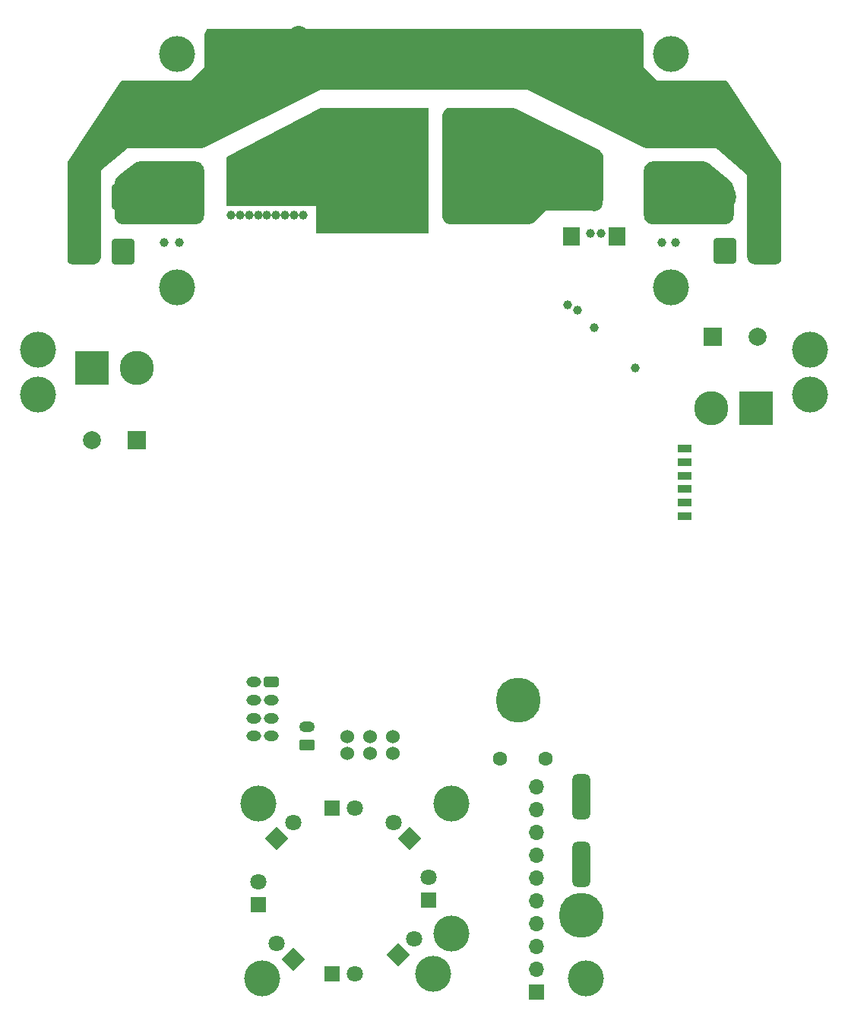
<source format=gbr>
G04 #@! TF.GenerationSoftware,KiCad,Pcbnew,(6.0.8)*
G04 #@! TF.CreationDate,2022-11-30T08:40:48+09:00*
G04 #@! TF.ProjectId,ORION_boost_v3,4f52494f-4e5f-4626-9f6f-73745f76332e,rev?*
G04 #@! TF.SameCoordinates,Original*
G04 #@! TF.FileFunction,Copper,L2,Inr*
G04 #@! TF.FilePolarity,Positive*
%FSLAX46Y46*%
G04 Gerber Fmt 4.6, Leading zero omitted, Abs format (unit mm)*
G04 Created by KiCad (PCBNEW (6.0.8)) date 2022-11-30 08:40:48*
%MOMM*%
%LPD*%
G01*
G04 APERTURE LIST*
G04 Aperture macros list*
%AMRoundRect*
0 Rectangle with rounded corners*
0 $1 Rounding radius*
0 $2 $3 $4 $5 $6 $7 $8 $9 X,Y pos of 4 corners*
0 Add a 4 corners polygon primitive as box body*
4,1,4,$2,$3,$4,$5,$6,$7,$8,$9,$2,$3,0*
0 Add four circle primitives for the rounded corners*
1,1,$1+$1,$2,$3*
1,1,$1+$1,$4,$5*
1,1,$1+$1,$6,$7*
1,1,$1+$1,$8,$9*
0 Add four rect primitives between the rounded corners*
20,1,$1+$1,$2,$3,$4,$5,0*
20,1,$1+$1,$4,$5,$6,$7,0*
20,1,$1+$1,$6,$7,$8,$9,0*
20,1,$1+$1,$8,$9,$2,$3,0*%
%AMRotRect*
0 Rectangle, with rotation*
0 The origin of the aperture is its center*
0 $1 length*
0 $2 width*
0 $3 Rotation angle, in degrees counterclockwise*
0 Add horizontal line*
21,1,$1,$2,0,0,$3*%
G04 Aperture macros list end*
G04 #@! TA.AperFunction,ComponentPad*
%ADD10RoundRect,0.250000X-0.980000X-1.150000X0.980000X-1.150000X0.980000X1.150000X-0.980000X1.150000X0*%
G04 #@! TD*
G04 #@! TA.AperFunction,ComponentPad*
%ADD11O,2.460000X2.800000*%
G04 #@! TD*
G04 #@! TA.AperFunction,ComponentPad*
%ADD12R,3.800000X3.800000*%
G04 #@! TD*
G04 #@! TA.AperFunction,ComponentPad*
%ADD13C,3.800000*%
G04 #@! TD*
G04 #@! TA.AperFunction,ComponentPad*
%ADD14C,1.524000*%
G04 #@! TD*
G04 #@! TA.AperFunction,ComponentPad*
%ADD15RoundRect,0.250000X-0.575000X0.350000X-0.575000X-0.350000X0.575000X-0.350000X0.575000X0.350000X0*%
G04 #@! TD*
G04 #@! TA.AperFunction,ComponentPad*
%ADD16O,1.650000X1.200000*%
G04 #@! TD*
G04 #@! TA.AperFunction,ComponentPad*
%ADD17C,1.600000*%
G04 #@! TD*
G04 #@! TA.AperFunction,ComponentPad*
%ADD18R,1.700000X1.700000*%
G04 #@! TD*
G04 #@! TA.AperFunction,ComponentPad*
%ADD19O,1.700000X1.700000*%
G04 #@! TD*
G04 #@! TA.AperFunction,ComponentPad*
%ADD20C,5.000000*%
G04 #@! TD*
G04 #@! TA.AperFunction,ComponentPad*
%ADD21RoundRect,0.500000X-0.500000X2.000000X-0.500000X-2.000000X0.500000X-2.000000X0.500000X2.000000X0*%
G04 #@! TD*
G04 #@! TA.AperFunction,ComponentPad*
%ADD22R,2.000000X2.000000*%
G04 #@! TD*
G04 #@! TA.AperFunction,ComponentPad*
%ADD23C,2.000000*%
G04 #@! TD*
G04 #@! TA.AperFunction,ComponentPad*
%ADD24RoundRect,0.250000X0.980000X1.150000X-0.980000X1.150000X-0.980000X-1.150000X0.980000X-1.150000X0*%
G04 #@! TD*
G04 #@! TA.AperFunction,ComponentPad*
%ADD25RoundRect,0.225000X0.575000X-0.225000X0.575000X0.225000X-0.575000X0.225000X-0.575000X-0.225000X0*%
G04 #@! TD*
G04 #@! TA.AperFunction,ComponentPad*
%ADD26RoundRect,0.250000X0.625000X-0.350000X0.625000X0.350000X-0.625000X0.350000X-0.625000X-0.350000X0*%
G04 #@! TD*
G04 #@! TA.AperFunction,ComponentPad*
%ADD27O,1.750000X1.200000*%
G04 #@! TD*
G04 #@! TA.AperFunction,ComponentPad*
%ADD28RotRect,1.800000X1.800000X45.000000*%
G04 #@! TD*
G04 #@! TA.AperFunction,ComponentPad*
%ADD29C,1.800000*%
G04 #@! TD*
G04 #@! TA.AperFunction,ComponentPad*
%ADD30R,1.800000X1.800000*%
G04 #@! TD*
G04 #@! TA.AperFunction,ComponentPad*
%ADD31R,1.905000X2.000000*%
G04 #@! TD*
G04 #@! TA.AperFunction,ComponentPad*
%ADD32O,1.905000X2.000000*%
G04 #@! TD*
G04 #@! TA.AperFunction,ComponentPad*
%ADD33C,2.200000*%
G04 #@! TD*
G04 #@! TA.AperFunction,ComponentPad*
%ADD34RotRect,1.800000X1.800000X135.000000*%
G04 #@! TD*
G04 #@! TA.AperFunction,ViaPad*
%ADD35C,4.000000*%
G04 #@! TD*
G04 #@! TA.AperFunction,ViaPad*
%ADD36C,1.000000*%
G04 #@! TD*
G04 APERTURE END LIST*
D10*
X158520000Y-74950000D03*
D11*
X162480000Y-74950000D03*
D12*
X88000000Y-88000000D03*
D13*
X93000000Y-88000000D03*
D14*
X121540000Y-130951000D03*
X119000000Y-130951000D03*
X116460000Y-130951000D03*
D15*
X108000000Y-123000000D03*
D16*
X106000000Y-123000000D03*
X108000000Y-125000000D03*
X106000000Y-125000000D03*
X108000000Y-127000000D03*
X106000000Y-127000000D03*
X108000000Y-129000000D03*
X106000000Y-129000000D03*
D17*
X133500000Y-131500000D03*
X138500000Y-131500000D03*
D18*
X137500000Y-157500000D03*
D19*
X137500000Y-154960000D03*
X137500000Y-152420000D03*
X137500000Y-149880000D03*
X137500000Y-147340000D03*
X137500000Y-144800000D03*
X137500000Y-142260000D03*
X137500000Y-139720000D03*
X137500000Y-137180000D03*
X137500000Y-134640000D03*
D20*
X142500000Y-149000000D03*
D12*
X162000000Y-92500000D03*
D13*
X157000000Y-92500000D03*
D21*
X142500000Y-135750000D03*
X142500000Y-143250000D03*
D20*
X135500000Y-125000000D03*
D22*
X157132323Y-84500000D03*
D23*
X162132323Y-84500000D03*
D24*
X91480000Y-75050000D03*
D11*
X87520000Y-75050000D03*
D22*
X93000000Y-96000000D03*
D23*
X88000000Y-96000000D03*
D25*
X154050000Y-104500000D03*
X154050000Y-103000000D03*
X154050000Y-101500000D03*
X154050000Y-100000000D03*
X154050000Y-98500000D03*
X154050000Y-97000000D03*
D14*
X116460000Y-129049000D03*
X119000000Y-129049000D03*
X121540000Y-129049000D03*
D26*
X111950000Y-130000000D03*
D27*
X111950000Y-128000000D03*
D28*
X108598439Y-140401561D03*
D29*
X110394490Y-138605510D03*
D24*
X91480000Y-68950000D03*
D11*
X87520000Y-68950000D03*
D30*
X106500000Y-147775000D03*
D29*
X106500000Y-145235000D03*
D28*
X122098439Y-153401561D03*
D29*
X123894490Y-151605510D03*
D31*
X146540000Y-73310000D03*
D32*
X144000000Y-69500000D03*
D31*
X141460000Y-73310000D03*
D30*
X114725000Y-137000000D03*
D29*
X117265000Y-137000000D03*
D30*
X125500000Y-147275000D03*
D29*
X125500000Y-144735000D03*
D33*
X111000000Y-51000000D03*
X111000000Y-66000000D03*
D24*
X162480000Y-68950000D03*
D11*
X158520000Y-68950000D03*
D34*
X123401561Y-140401561D03*
D29*
X121605510Y-138605510D03*
D34*
X110401561Y-153901561D03*
D29*
X108605510Y-152105510D03*
D30*
X114725000Y-155500000D03*
D29*
X117265000Y-155500000D03*
D35*
X107000000Y-156000000D03*
X168000000Y-86000000D03*
X97500000Y-79000000D03*
X82000000Y-91000000D03*
X82000000Y-86000000D03*
X97500000Y-53000000D03*
X168000000Y-91000000D03*
X143000000Y-156000000D03*
X152500000Y-79000000D03*
X128000000Y-151000000D03*
X152500000Y-53000000D03*
X106500000Y-136500000D03*
X126000000Y-155500000D03*
X128000000Y-136500000D03*
D36*
X104500000Y-71000000D03*
X105500000Y-71000000D03*
X109500000Y-71000000D03*
X103500000Y-71000000D03*
X107500000Y-71000000D03*
X110500000Y-71000000D03*
X108500000Y-71000000D03*
X106500000Y-71000000D03*
X111500000Y-71000000D03*
X141000000Y-81000000D03*
X143500000Y-73000000D03*
X151500000Y-74000000D03*
X144000000Y-83500000D03*
X109500000Y-68000000D03*
X121500000Y-72500000D03*
X112000000Y-60500000D03*
X104500000Y-68000000D03*
X105500000Y-68000000D03*
X124500000Y-72500000D03*
X103500000Y-68000000D03*
X106500000Y-68000000D03*
X110500000Y-68000000D03*
X112000000Y-63500000D03*
X115500000Y-72500000D03*
X118500000Y-72500000D03*
X112000000Y-64500000D03*
X112500000Y-68000000D03*
X120000000Y-72500000D03*
X111500000Y-68000000D03*
X117000000Y-72500000D03*
X114000000Y-72500000D03*
X123000000Y-72500000D03*
X108500000Y-68000000D03*
X107500000Y-68000000D03*
X112000000Y-62500000D03*
X112000000Y-61500000D03*
X139500000Y-62500000D03*
X141500000Y-63000000D03*
X137000000Y-70000000D03*
X143000000Y-64000000D03*
X144500000Y-66000000D03*
X127500000Y-69000000D03*
X140000000Y-70000000D03*
X127500000Y-64500000D03*
X144500000Y-67500000D03*
X132500000Y-70000000D03*
X144500000Y-64500000D03*
X135500000Y-70000000D03*
X127500000Y-66000000D03*
X127500000Y-61500000D03*
X134000000Y-70000000D03*
X141500000Y-70000000D03*
X127500000Y-60000000D03*
X127500000Y-63000000D03*
X138500000Y-70000000D03*
X127500000Y-67500000D03*
X142124500Y-81536434D03*
X144699503Y-73000000D03*
X96000000Y-74000000D03*
X153000000Y-74000000D03*
X148500000Y-88000000D03*
X97699503Y-74000000D03*
G04 #@! TA.AperFunction,Conductor*
G36*
X125442121Y-59020002D02*
G01*
X125488614Y-59073658D01*
X125500000Y-59126000D01*
X125500000Y-72874000D01*
X125479998Y-72942121D01*
X125426342Y-72988614D01*
X125374000Y-73000000D01*
X113126000Y-73000000D01*
X113057879Y-72979998D01*
X113011386Y-72926342D01*
X113000000Y-72874000D01*
X113000000Y-70000000D01*
X103126000Y-70000000D01*
X103057879Y-69979998D01*
X103011386Y-69926342D01*
X103000000Y-69874000D01*
X103000000Y-64576240D01*
X103020002Y-64508119D01*
X103067535Y-64464625D01*
X113472538Y-59014385D01*
X113531003Y-59000000D01*
X125374000Y-59000000D01*
X125442121Y-59020002D01*
G37*
G04 #@! TD.AperFunction*
G04 #@! TA.AperFunction,Conductor*
G36*
X99506163Y-65000607D02*
G01*
X99682740Y-65017999D01*
X99706957Y-65022815D01*
X99870809Y-65072518D01*
X99893629Y-65081971D01*
X100044631Y-65162683D01*
X100065158Y-65176399D01*
X100197521Y-65285026D01*
X100214974Y-65302479D01*
X100323601Y-65434842D01*
X100337319Y-65455372D01*
X100418029Y-65606371D01*
X100427482Y-65629190D01*
X100477185Y-65793043D01*
X100482002Y-65817263D01*
X100499393Y-65993837D01*
X100500000Y-66006187D01*
X100500000Y-70993813D01*
X100499393Y-71006163D01*
X100482002Y-71182737D01*
X100477185Y-71206957D01*
X100427482Y-71370809D01*
X100418029Y-71393629D01*
X100337319Y-71544628D01*
X100323601Y-71565158D01*
X100214974Y-71697521D01*
X100197521Y-71714974D01*
X100065158Y-71823601D01*
X100044631Y-71837317D01*
X99952417Y-71886607D01*
X99893629Y-71918029D01*
X99870810Y-71927482D01*
X99706957Y-71977185D01*
X99682740Y-71982001D01*
X99506163Y-71999393D01*
X99493813Y-72000000D01*
X97798373Y-72000000D01*
X97787501Y-71999530D01*
X97785919Y-71999393D01*
X97731006Y-71994637D01*
X97726571Y-71994881D01*
X97726567Y-71994881D01*
X97637011Y-71999810D01*
X97630087Y-72000000D01*
X96098870Y-72000000D01*
X96087998Y-71999530D01*
X96086416Y-71999393D01*
X96031503Y-71994637D01*
X96027068Y-71994881D01*
X96027064Y-71994881D01*
X95937508Y-71999810D01*
X95930584Y-72000000D01*
X91506187Y-72000000D01*
X91493837Y-71999393D01*
X91317260Y-71982001D01*
X91293043Y-71977185D01*
X91129190Y-71927482D01*
X91106371Y-71918029D01*
X91047583Y-71886607D01*
X90955369Y-71837317D01*
X90934842Y-71823601D01*
X90802479Y-71714974D01*
X90785026Y-71697521D01*
X90676399Y-71565158D01*
X90662681Y-71544628D01*
X90581971Y-71393629D01*
X90572518Y-71370809D01*
X90522815Y-71206957D01*
X90517998Y-71182737D01*
X90500607Y-71006163D01*
X90500000Y-70993813D01*
X90500000Y-67487684D01*
X90500790Y-67473601D01*
X90523402Y-67272565D01*
X90529659Y-67245101D01*
X90594024Y-67060816D01*
X90606225Y-67035430D01*
X90709919Y-66870048D01*
X90727455Y-66848006D01*
X90870318Y-66704756D01*
X90880818Y-66695346D01*
X91750000Y-66000000D01*
X92720547Y-65223562D01*
X92732086Y-65215350D01*
X92903932Y-65107064D01*
X92929398Y-65094768D01*
X93114333Y-65029896D01*
X93141896Y-65023590D01*
X93343732Y-65000796D01*
X93357873Y-65000000D01*
X99493813Y-65000000D01*
X99506163Y-65000607D01*
G37*
G04 #@! TD.AperFunction*
G04 #@! TA.AperFunction,Conductor*
G36*
X149178488Y-50270502D02*
G01*
X149190300Y-50279101D01*
X149197516Y-50285023D01*
X149214979Y-50302485D01*
X149323601Y-50434842D01*
X149337319Y-50455372D01*
X149418029Y-50606371D01*
X149427482Y-50629190D01*
X149477185Y-50793043D01*
X149482002Y-50817263D01*
X149499393Y-50993837D01*
X149500000Y-51006187D01*
X149500000Y-54500000D01*
X151000000Y-56000000D01*
X158458618Y-56000000D01*
X158470981Y-56000608D01*
X158647748Y-56018037D01*
X158672002Y-56022867D01*
X158681705Y-56025814D01*
X158741073Y-56064750D01*
X158749926Y-56076484D01*
X164728338Y-65044102D01*
X164749500Y-65113994D01*
X164749500Y-76110367D01*
X164729498Y-76178488D01*
X164720899Y-76190300D01*
X164714977Y-76197516D01*
X164697515Y-76214979D01*
X164565158Y-76323601D01*
X164544631Y-76337317D01*
X164452417Y-76386607D01*
X164393629Y-76418029D01*
X164370810Y-76427482D01*
X164206957Y-76477185D01*
X164182740Y-76482001D01*
X164006163Y-76499393D01*
X163993813Y-76500000D01*
X162006187Y-76500000D01*
X161993837Y-76499393D01*
X161817260Y-76482001D01*
X161793043Y-76477185D01*
X161629190Y-76427482D01*
X161606371Y-76418029D01*
X161547583Y-76386607D01*
X161455369Y-76337317D01*
X161434842Y-76323601D01*
X161302479Y-76214974D01*
X161285026Y-76197521D01*
X161176399Y-76065158D01*
X161162681Y-76044628D01*
X161081971Y-75893629D01*
X161072518Y-75870809D01*
X161022815Y-75706957D01*
X161017998Y-75682737D01*
X161000607Y-75506163D01*
X161000000Y-75493813D01*
X161000000Y-66500000D01*
X159603239Y-65302776D01*
X157780867Y-63740743D01*
X157780866Y-63740742D01*
X157500000Y-63500000D01*
X149743383Y-63500000D01*
X149728811Y-63499154D01*
X149520884Y-63474944D01*
X149492523Y-63468250D01*
X149295718Y-63396915D01*
X149282320Y-63391160D01*
X136500000Y-57000000D01*
X113500000Y-57000000D01*
X100717680Y-63391160D01*
X100704282Y-63396915D01*
X100507477Y-63468250D01*
X100479116Y-63474944D01*
X100271189Y-63499154D01*
X100256617Y-63500000D01*
X92000000Y-63500000D01*
X89000000Y-66000000D01*
X89000000Y-75493813D01*
X88999393Y-75506163D01*
X88982002Y-75682737D01*
X88977185Y-75706957D01*
X88927482Y-75870809D01*
X88918029Y-75893629D01*
X88837319Y-76044628D01*
X88823601Y-76065158D01*
X88714974Y-76197521D01*
X88697521Y-76214974D01*
X88565158Y-76323601D01*
X88544631Y-76337317D01*
X88452417Y-76386607D01*
X88393629Y-76418029D01*
X88370810Y-76427482D01*
X88206957Y-76477185D01*
X88182740Y-76482001D01*
X88006163Y-76499393D01*
X87993813Y-76500000D01*
X86006187Y-76500000D01*
X85993837Y-76499393D01*
X85817260Y-76482001D01*
X85793043Y-76477185D01*
X85629190Y-76427482D01*
X85606371Y-76418029D01*
X85547583Y-76386607D01*
X85455369Y-76337317D01*
X85434842Y-76323601D01*
X85302485Y-76214979D01*
X85285023Y-76197516D01*
X85279101Y-76190300D01*
X85251347Y-76124953D01*
X85250500Y-76110367D01*
X85250500Y-65113994D01*
X85271662Y-65044102D01*
X87752791Y-61322409D01*
X91250075Y-56076483D01*
X91304504Y-56030898D01*
X91318304Y-56025811D01*
X91328006Y-56022865D01*
X91352252Y-56018037D01*
X91529019Y-56000608D01*
X91541382Y-56000000D01*
X99000000Y-56000000D01*
X100500000Y-54500000D01*
X100500000Y-51006187D01*
X100500607Y-50993837D01*
X100517998Y-50817263D01*
X100522815Y-50793043D01*
X100572518Y-50629190D01*
X100581971Y-50606371D01*
X100662681Y-50455372D01*
X100676399Y-50434842D01*
X100785021Y-50302485D01*
X100802484Y-50285023D01*
X100809700Y-50279101D01*
X100875047Y-50251347D01*
X100889633Y-50250500D01*
X149110367Y-50250500D01*
X149178488Y-50270502D01*
G37*
G04 #@! TD.AperFunction*
G04 #@! TA.AperFunction,Conductor*
G36*
X156145206Y-65000844D02*
G01*
X156352909Y-65025002D01*
X156381245Y-65031684D01*
X156570946Y-65100365D01*
X156596986Y-65113368D01*
X156772028Y-65227788D01*
X156783745Y-65236455D01*
X159134875Y-67195730D01*
X159144971Y-67205125D01*
X159282193Y-67347619D01*
X159299014Y-67369426D01*
X159398381Y-67532398D01*
X159410056Y-67557324D01*
X159471645Y-67738002D01*
X159477626Y-67764877D01*
X159499245Y-67961508D01*
X159500000Y-67975278D01*
X159500000Y-70993813D01*
X159499393Y-71006163D01*
X159482002Y-71182737D01*
X159477185Y-71206957D01*
X159427482Y-71370809D01*
X159418029Y-71393629D01*
X159337319Y-71544628D01*
X159323601Y-71565158D01*
X159214974Y-71697521D01*
X159197521Y-71714974D01*
X159065158Y-71823601D01*
X159044631Y-71837317D01*
X158952417Y-71886607D01*
X158893629Y-71918029D01*
X158870810Y-71927482D01*
X158706957Y-71977185D01*
X158682740Y-71982001D01*
X158506163Y-71999393D01*
X158493813Y-72000000D01*
X153098870Y-72000000D01*
X153087998Y-71999530D01*
X153086416Y-71999393D01*
X153031503Y-71994637D01*
X153027068Y-71994881D01*
X153027064Y-71994881D01*
X152937508Y-71999810D01*
X152930584Y-72000000D01*
X151598870Y-72000000D01*
X151587998Y-71999530D01*
X151586416Y-71999393D01*
X151531503Y-71994637D01*
X151527068Y-71994881D01*
X151527064Y-71994881D01*
X151437508Y-71999810D01*
X151430584Y-72000000D01*
X150506187Y-72000000D01*
X150493837Y-71999393D01*
X150317260Y-71982001D01*
X150293043Y-71977185D01*
X150129190Y-71927482D01*
X150106371Y-71918029D01*
X150047583Y-71886607D01*
X149955369Y-71837317D01*
X149934842Y-71823601D01*
X149802479Y-71714974D01*
X149785026Y-71697521D01*
X149676399Y-71565158D01*
X149662681Y-71544628D01*
X149581971Y-71393629D01*
X149572518Y-71370809D01*
X149522815Y-71206957D01*
X149517998Y-71182737D01*
X149500607Y-71006163D01*
X149500000Y-70993813D01*
X149500000Y-66006187D01*
X149500607Y-65993837D01*
X149517998Y-65817263D01*
X149522815Y-65793043D01*
X149572518Y-65629190D01*
X149581971Y-65606371D01*
X149662681Y-65455372D01*
X149676399Y-65434842D01*
X149785026Y-65302479D01*
X149802479Y-65285026D01*
X149934842Y-65176399D01*
X149955369Y-65162683D01*
X150106371Y-65081971D01*
X150129191Y-65072518D01*
X150293043Y-65022815D01*
X150317260Y-65017999D01*
X150493837Y-65000607D01*
X150506187Y-65000000D01*
X156130649Y-65000000D01*
X156145206Y-65000844D01*
G37*
G04 #@! TD.AperFunction*
G04 #@! TA.AperFunction,Conductor*
G36*
X134771189Y-59000846D02*
G01*
X134979116Y-59025056D01*
X135007477Y-59031750D01*
X135204282Y-59103085D01*
X135217680Y-59108840D01*
X144442023Y-63721012D01*
X144452140Y-63726668D01*
X144593831Y-63814695D01*
X144612335Y-63828709D01*
X144731145Y-63937288D01*
X144746767Y-63954463D01*
X144843633Y-64082991D01*
X144855839Y-64102740D01*
X144927482Y-64246866D01*
X144935857Y-64268521D01*
X144979838Y-64423341D01*
X144984098Y-64446164D01*
X144999464Y-64612241D01*
X145000000Y-64623849D01*
X145000000Y-69079599D01*
X144999393Y-69091949D01*
X144982002Y-69268524D01*
X144977185Y-69292744D01*
X144927482Y-69456596D01*
X144918029Y-69479416D01*
X144837320Y-69630412D01*
X144823597Y-69650950D01*
X144711029Y-69788114D01*
X144702725Y-69797275D01*
X144297275Y-70202725D01*
X144288114Y-70211029D01*
X144150950Y-70323597D01*
X144130412Y-70337320D01*
X143979416Y-70418029D01*
X143956597Y-70427482D01*
X143792744Y-70477185D01*
X143768527Y-70482001D01*
X143591949Y-70499393D01*
X143579599Y-70500000D01*
X138500000Y-70500000D01*
X137297275Y-71702725D01*
X137288114Y-71711029D01*
X137150950Y-71823597D01*
X137130412Y-71837320D01*
X136979416Y-71918029D01*
X136956597Y-71927482D01*
X136792744Y-71977185D01*
X136768527Y-71982001D01*
X136591949Y-71999393D01*
X136579599Y-72000000D01*
X128006187Y-72000000D01*
X127993837Y-71999393D01*
X127817260Y-71982001D01*
X127793043Y-71977185D01*
X127629190Y-71927482D01*
X127606371Y-71918029D01*
X127547583Y-71886607D01*
X127455369Y-71837317D01*
X127434842Y-71823601D01*
X127302479Y-71714974D01*
X127285026Y-71697521D01*
X127176399Y-71565158D01*
X127162681Y-71544628D01*
X127081971Y-71393629D01*
X127072518Y-71370809D01*
X127022815Y-71206957D01*
X127017998Y-71182737D01*
X127000607Y-71006163D01*
X127000000Y-70993813D01*
X127000000Y-60006187D01*
X127000607Y-59993837D01*
X127017998Y-59817263D01*
X127022815Y-59793043D01*
X127072518Y-59629190D01*
X127081971Y-59606371D01*
X127162681Y-59455372D01*
X127176399Y-59434842D01*
X127285026Y-59302479D01*
X127302479Y-59285026D01*
X127434842Y-59176399D01*
X127455369Y-59162683D01*
X127606371Y-59081971D01*
X127629191Y-59072518D01*
X127793043Y-59022815D01*
X127817260Y-59017999D01*
X127993837Y-59000607D01*
X128006187Y-59000000D01*
X134756617Y-59000000D01*
X134771189Y-59000846D01*
G37*
G04 #@! TD.AperFunction*
M02*

</source>
